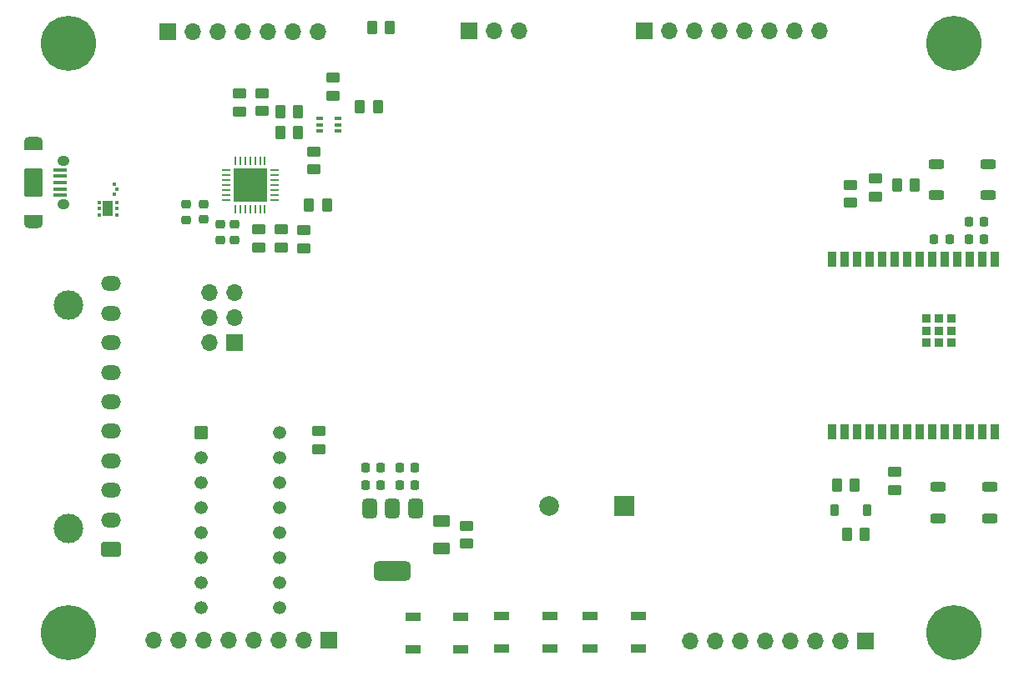
<source format=gts>
G04 #@! TF.GenerationSoftware,KiCad,Pcbnew,8.0.6*
G04 #@! TF.CreationDate,2025-02-16T00:38:08-05:00*
G04 #@! TF.ProjectId,SCAN_mainboard,5343414e-5f6d-4616-996e-626f6172642e,v1.0*
G04 #@! TF.SameCoordinates,Original*
G04 #@! TF.FileFunction,Soldermask,Top*
G04 #@! TF.FilePolarity,Negative*
%FSLAX46Y46*%
G04 Gerber Fmt 4.6, Leading zero omitted, Abs format (unit mm)*
G04 Created by KiCad (PCBNEW 8.0.6) date 2025-02-16 00:38:08*
%MOMM*%
%LPD*%
G01*
G04 APERTURE LIST*
G04 Aperture macros list*
%AMRoundRect*
0 Rectangle with rounded corners*
0 $1 Rounding radius*
0 $2 $3 $4 $5 $6 $7 $8 $9 X,Y pos of 4 corners*
0 Add a 4 corners polygon primitive as box body*
4,1,4,$2,$3,$4,$5,$6,$7,$8,$9,$2,$3,0*
0 Add four circle primitives for the rounded corners*
1,1,$1+$1,$2,$3*
1,1,$1+$1,$4,$5*
1,1,$1+$1,$6,$7*
1,1,$1+$1,$8,$9*
0 Add four rect primitives between the rounded corners*
20,1,$1+$1,$2,$3,$4,$5,0*
20,1,$1+$1,$4,$5,$6,$7,0*
20,1,$1+$1,$6,$7,$8,$9,0*
20,1,$1+$1,$8,$9,$2,$3,0*%
G04 Aperture macros list end*
%ADD10C,5.600000*%
%ADD11C,3.000000*%
%ADD12RoundRect,0.250001X0.759999X-0.499999X0.759999X0.499999X-0.759999X0.499999X-0.759999X-0.499999X0*%
%ADD13O,2.020000X1.500000*%
%ADD14R,1.700000X1.700000*%
%ADD15O,1.700000X1.700000*%
%ADD16RoundRect,0.250000X-0.262500X-0.450000X0.262500X-0.450000X0.262500X0.450000X-0.262500X0.450000X0*%
%ADD17RoundRect,0.093750X0.093750X0.106250X-0.093750X0.106250X-0.093750X-0.106250X0.093750X-0.106250X0*%
%ADD18R,1.000000X1.600000*%
%ADD19RoundRect,0.090000X-0.660000X-0.360000X0.660000X-0.360000X0.660000X0.360000X-0.660000X0.360000X0*%
%ADD20RoundRect,0.250000X-0.450000X0.262500X-0.450000X-0.262500X0.450000X-0.262500X0.450000X0.262500X0*%
%ADD21RoundRect,0.250000X0.262500X0.450000X-0.262500X0.450000X-0.262500X-0.450000X0.262500X-0.450000X0*%
%ADD22R,2.000000X2.000000*%
%ADD23C,2.000000*%
%ADD24RoundRect,0.250000X0.450000X-0.262500X0.450000X0.262500X-0.450000X0.262500X-0.450000X-0.262500X0*%
%ADD25O,1.900000X1.000000*%
%ADD26R,1.900000X0.875000*%
%ADD27O,1.250000X1.050000*%
%ADD28RoundRect,0.250000X-0.700000X1.200000X-0.700000X-1.200000X0.700000X-1.200000X0.700000X1.200000X0*%
%ADD29RoundRect,0.100000X-0.575000X0.100000X-0.575000X-0.100000X0.575000X-0.100000X0.575000X0.100000X0*%
%ADD30RoundRect,0.225000X-0.250000X0.225000X-0.250000X-0.225000X0.250000X-0.225000X0.250000X0.225000X0*%
%ADD31RoundRect,0.250000X-0.525000X-0.250000X0.525000X-0.250000X0.525000X0.250000X-0.525000X0.250000X0*%
%ADD32RoundRect,0.225000X-0.225000X-0.375000X0.225000X-0.375000X0.225000X0.375000X-0.225000X0.375000X0*%
%ADD33RoundRect,0.102000X-0.565000X-0.565000X0.565000X-0.565000X0.565000X0.565000X-0.565000X0.565000X0*%
%ADD34C,1.334000*%
%ADD35RoundRect,0.225000X-0.225000X-0.250000X0.225000X-0.250000X0.225000X0.250000X-0.225000X0.250000X0*%
%ADD36RoundRect,0.250000X0.625000X-0.375000X0.625000X0.375000X-0.625000X0.375000X-0.625000X-0.375000X0*%
%ADD37R,3.350000X3.350000*%
%ADD38RoundRect,0.062500X-0.062500X-0.337500X0.062500X-0.337500X0.062500X0.337500X-0.062500X0.337500X0*%
%ADD39RoundRect,0.062500X-0.337500X-0.062500X0.337500X-0.062500X0.337500X0.062500X-0.337500X0.062500X0*%
%ADD40RoundRect,0.225000X0.225000X0.250000X-0.225000X0.250000X-0.225000X-0.250000X0.225000X-0.250000X0*%
%ADD41RoundRect,0.375000X-0.375000X0.625000X-0.375000X-0.625000X0.375000X-0.625000X0.375000X0.625000X0*%
%ADD42RoundRect,0.500000X-1.400000X0.500000X-1.400000X-0.500000X1.400000X-0.500000X1.400000X0.500000X0*%
%ADD43RoundRect,0.100000X-0.225000X-0.100000X0.225000X-0.100000X0.225000X0.100000X-0.225000X0.100000X0*%
%ADD44R,0.299999X0.299999*%
%ADD45R,0.889000X1.498600*%
%ADD46R,0.812800X0.812800*%
G04 APERTURE END LIST*
D10*
X191770000Y-127000000D03*
X191770000Y-67160000D03*
X101930000Y-127000000D03*
X101930000Y-67160000D03*
D11*
X102000000Y-116430000D03*
X102000000Y-93730000D03*
D12*
X106320000Y-118580000D03*
D13*
X106320000Y-115580000D03*
X106320000Y-112580000D03*
X106320000Y-109580000D03*
X106320000Y-106580000D03*
X106320000Y-103580000D03*
X106320000Y-100580000D03*
X106320000Y-97580000D03*
X106320000Y-94580000D03*
X106320000Y-91580000D03*
D14*
X118850000Y-97580000D03*
D15*
X116310000Y-97580000D03*
X118850000Y-95040000D03*
X116310000Y-95040000D03*
X118850000Y-92500000D03*
X116310000Y-92500000D03*
D16*
X179937500Y-112080000D03*
X181762500Y-112080000D03*
D17*
X106850000Y-84630000D03*
X106850000Y-83980000D03*
X106850000Y-83330000D03*
X105075000Y-83330000D03*
X105075000Y-83980000D03*
X105075000Y-84630000D03*
D18*
X105962500Y-83980000D03*
D19*
X145900000Y-125350000D03*
X145900000Y-128650000D03*
X150800000Y-128650000D03*
X150800000Y-125350000D03*
D20*
X127380000Y-106580000D03*
X127380000Y-108405000D03*
D14*
X160365000Y-65890000D03*
D15*
X162905000Y-65890000D03*
X165445000Y-65890000D03*
X167985000Y-65890000D03*
X170525000Y-65890000D03*
X173065000Y-65890000D03*
X175605000Y-65890000D03*
X178145000Y-65890000D03*
D16*
X126350000Y-83580000D03*
X128175000Y-83580000D03*
D21*
X187850000Y-81580000D03*
X186025000Y-81580000D03*
D22*
X158350000Y-114150000D03*
D23*
X150750000Y-114150000D03*
D24*
X121580000Y-74072500D03*
X121580000Y-72247500D03*
D19*
X136900000Y-125430000D03*
X136900000Y-128730000D03*
X141800000Y-128730000D03*
X141800000Y-125430000D03*
D20*
X183845000Y-80897500D03*
X183845000Y-82722500D03*
D25*
X98450000Y-85480000D03*
D26*
X98450000Y-85042500D03*
D27*
X101450000Y-83530000D03*
D28*
X98450000Y-81305000D03*
D27*
X101450000Y-79080000D03*
D26*
X98450000Y-77567500D03*
D25*
X98450000Y-77130000D03*
D29*
X101125000Y-80005000D03*
X101125000Y-80655000D03*
X101125000Y-81305000D03*
X101125000Y-81955000D03*
X101125000Y-82605000D03*
D19*
X154900000Y-125350000D03*
X154900000Y-128650000D03*
X159800000Y-128650000D03*
X159800000Y-125350000D03*
D16*
X134592500Y-65580000D03*
X132767500Y-65580000D03*
D30*
X115646000Y-83530000D03*
X115646000Y-85080000D03*
D31*
X190225000Y-112245000D03*
X195475000Y-112245000D03*
X190225000Y-115445000D03*
X195475000Y-115445000D03*
D24*
X121234000Y-86080000D03*
X121234000Y-87905000D03*
D32*
X183000000Y-114580000D03*
X179700000Y-114580000D03*
D30*
X117350000Y-85580000D03*
X117350000Y-87130000D03*
X113868000Y-83553000D03*
X113868000Y-85103000D03*
D15*
X147650000Y-65890000D03*
X145110000Y-65890000D03*
D14*
X142570000Y-65890000D03*
D20*
X181305000Y-81532500D03*
X181305000Y-83357500D03*
D14*
X182850000Y-127865000D03*
D15*
X180310000Y-127865000D03*
X177770000Y-127865000D03*
X175230000Y-127865000D03*
X172690000Y-127865000D03*
X170150000Y-127865000D03*
X167610000Y-127865000D03*
X165070000Y-127865000D03*
D33*
X115410000Y-106690000D03*
D34*
X115410000Y-109230000D03*
X115410000Y-111770000D03*
X115410000Y-114310000D03*
X115410000Y-116850000D03*
X115410000Y-119390000D03*
X115410000Y-121930000D03*
X115410000Y-124470000D03*
X123350000Y-124470000D03*
X123350000Y-121930000D03*
X123350000Y-119390000D03*
X123350000Y-116850000D03*
X123350000Y-114310000D03*
X123350000Y-111770000D03*
X123350000Y-109230000D03*
X123350000Y-106690000D03*
D15*
X127325000Y-65970000D03*
X124785000Y-65970000D03*
X122245000Y-65970000D03*
X119705000Y-65970000D03*
X117165000Y-65970000D03*
X114625000Y-65970000D03*
D14*
X112085000Y-65970000D03*
D20*
X185750000Y-110697500D03*
X185750000Y-112522500D03*
D35*
X135575000Y-112090000D03*
X137125000Y-112090000D03*
D14*
X128420000Y-127795000D03*
D15*
X125880000Y-127795000D03*
X123340000Y-127795000D03*
X120800000Y-127795000D03*
X118260000Y-127795000D03*
X115720000Y-127795000D03*
X113180000Y-127795000D03*
X110640000Y-127795000D03*
D20*
X126850000Y-78167500D03*
X126850000Y-79992500D03*
D24*
X119350000Y-74112500D03*
X119350000Y-72287500D03*
D20*
X123520000Y-86080000D03*
X123520000Y-87905000D03*
D36*
X139850000Y-118480000D03*
X139850000Y-115680000D03*
D24*
X125806000Y-87992500D03*
X125806000Y-86167500D03*
D31*
X190025000Y-79426000D03*
X195275000Y-79426000D03*
X190025000Y-82626000D03*
X195275000Y-82626000D03*
D37*
X120400000Y-81580000D03*
D38*
X118900000Y-79130000D03*
X119400000Y-79130000D03*
X119900000Y-79130000D03*
X120400000Y-79130000D03*
X120900000Y-79130000D03*
X121400000Y-79130000D03*
X121900000Y-79130000D03*
D39*
X122850000Y-80080000D03*
X122850000Y-80580000D03*
X122850000Y-81080000D03*
X122850000Y-81580000D03*
X122850000Y-82080000D03*
X122850000Y-82580000D03*
X122850000Y-83080000D03*
D38*
X121900000Y-84030000D03*
X121400000Y-84030000D03*
X120900000Y-84030000D03*
X120400000Y-84030000D03*
X119900000Y-84030000D03*
X119400000Y-84030000D03*
X118900000Y-84030000D03*
D39*
X117950000Y-83080000D03*
X117950000Y-82580000D03*
X117950000Y-82080000D03*
X117950000Y-81580000D03*
X117950000Y-81080000D03*
X117950000Y-80580000D03*
X117950000Y-80080000D03*
D16*
X180937500Y-117080000D03*
X182762500Y-117080000D03*
D40*
X191351000Y-87080000D03*
X189801000Y-87080000D03*
D35*
X132075000Y-110236000D03*
X133625000Y-110236000D03*
D21*
X123437500Y-74080000D03*
X125262500Y-74080000D03*
D16*
X123437500Y-76200000D03*
X125262500Y-76200000D03*
D41*
X137150000Y-114430000D03*
X134850000Y-114430000D03*
D42*
X134850000Y-120730000D03*
D41*
X132550000Y-114430000D03*
D21*
X133350000Y-73580000D03*
X131525000Y-73580000D03*
D24*
X142350000Y-117992500D03*
X142350000Y-116167500D03*
D43*
X127450000Y-74780000D03*
X127450000Y-75430000D03*
X127450000Y-76080000D03*
X129350000Y-76080000D03*
X129350000Y-75430000D03*
X129350000Y-74780000D03*
D30*
X118850000Y-85580000D03*
X118850000Y-87130000D03*
D35*
X132075000Y-112080000D03*
X133625000Y-112080000D03*
X135575000Y-110236000D03*
X137125000Y-110236000D03*
X193309000Y-85330000D03*
X194859000Y-85330000D03*
X193309000Y-87080000D03*
X194859000Y-87080000D03*
D44*
X106599998Y-82479998D03*
X106599998Y-81480000D03*
X106850000Y-81979999D03*
D45*
X195990000Y-89100000D03*
X194720000Y-89100000D03*
X193450000Y-89100000D03*
X192180000Y-89100000D03*
X190910000Y-89100000D03*
X189640000Y-89100000D03*
X188370000Y-89100000D03*
X187100000Y-89100000D03*
X185830000Y-89100000D03*
X184560000Y-89100000D03*
X183290000Y-89100000D03*
X182020000Y-89100000D03*
X180750000Y-89100000D03*
X179480000Y-89100000D03*
X179480000Y-106600000D03*
X180750000Y-106600000D03*
X182020000Y-106600000D03*
X183290000Y-106600000D03*
X184560000Y-106600000D03*
X185830000Y-106600000D03*
X187100000Y-106600000D03*
X188370000Y-106600000D03*
X189640000Y-106600000D03*
X190910000Y-106600000D03*
X192180000Y-106600000D03*
X193450000Y-106600000D03*
X194720000Y-106600000D03*
X195990000Y-106600000D03*
D46*
X190270000Y-96345000D03*
X191520000Y-95095000D03*
X190270000Y-95095000D03*
X189020000Y-95095000D03*
X189020000Y-96345000D03*
X189020000Y-97595000D03*
X190270000Y-97595000D03*
X191520000Y-97595000D03*
X191520000Y-96345000D03*
D24*
X128850000Y-72492500D03*
X128850000Y-70667500D03*
M02*

</source>
